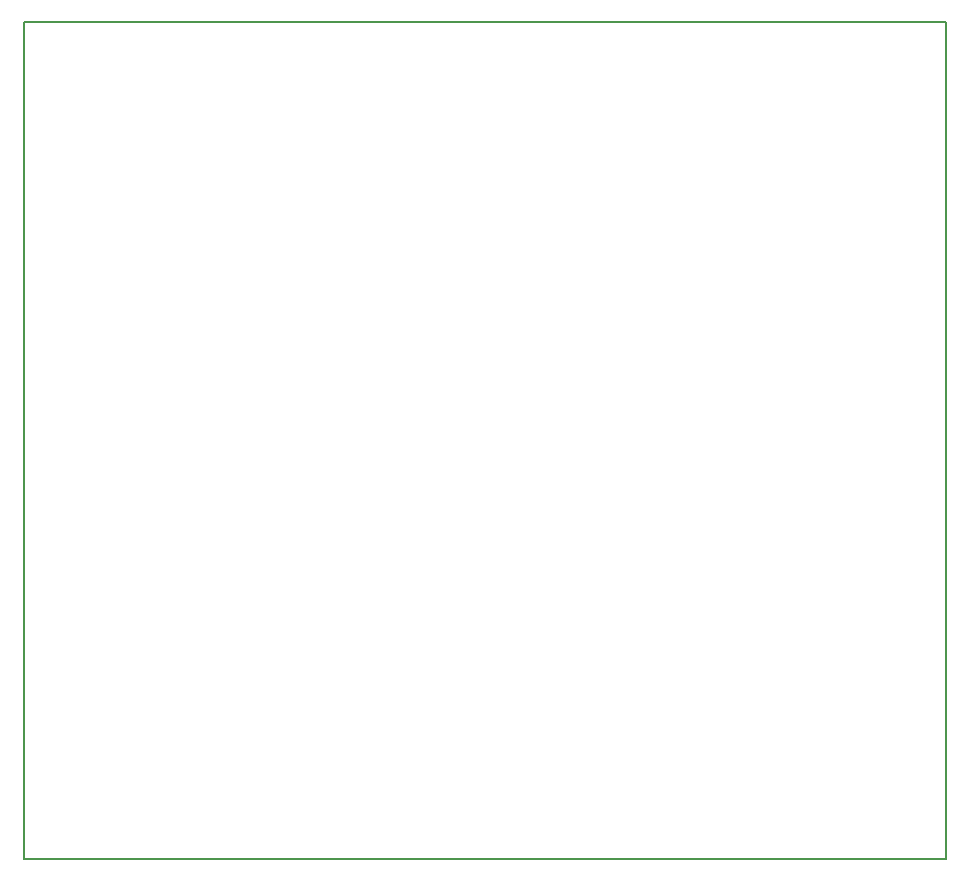
<source format=gm1>
G04 MADE WITH FRITZING*
G04 WWW.FRITZING.ORG*
G04 DOUBLE SIDED*
G04 HOLES PLATED*
G04 CONTOUR ON CENTER OF CONTOUR VECTOR*
%ASAXBY*%
%FSLAX23Y23*%
%MOIN*%
%OFA0B0*%
%SFA1.0B1.0*%
%ADD10R,3.079630X2.798150*%
%ADD11C,0.008000*%
%ADD10C,0.008*%
%LNCONTOUR*%
G90*
G70*
G54D10*
G54D11*
X4Y2794D02*
X3076Y2794D01*
X3076Y4D01*
X4Y4D01*
X4Y2794D01*
D02*
G04 End of contour*
M02*
</source>
